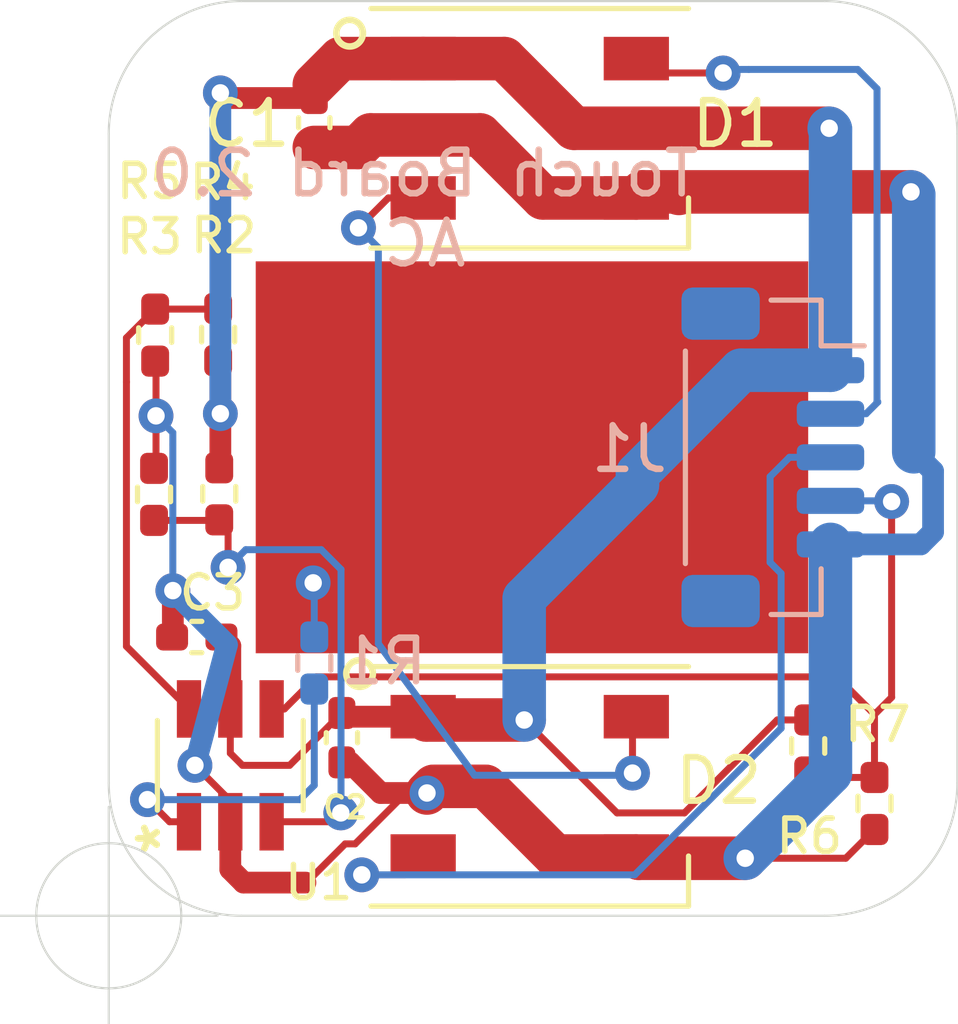
<source format=kicad_pcb>
(kicad_pcb (version 20171130) (host pcbnew 5.1.10-88a1d61d58~90~ubuntu20.04.1)

  (general
    (thickness 1.6)
    (drawings 12)
    (tracks 170)
    (zones 0)
    (modules 15)
    (nets 11)
  )

  (page A4)
  (layers
    (0 F.Cu signal)
    (31 B.Cu signal)
    (32 B.Adhes user)
    (33 F.Adhes user)
    (34 B.Paste user)
    (35 F.Paste user)
    (36 B.SilkS user)
    (37 F.SilkS user)
    (38 B.Mask user)
    (39 F.Mask user)
    (40 Dwgs.User user)
    (41 Cmts.User user)
    (42 Eco1.User user)
    (43 Eco2.User user)
    (44 Edge.Cuts user)
    (45 Margin user)
    (46 B.CrtYd user)
    (47 F.CrtYd user)
    (48 B.Fab user)
    (49 F.Fab user)
  )

  (setup
    (last_trace_width 0.16)
    (user_trace_width 0.16002)
    (user_trace_width 0.5)
    (user_trace_width 1)
    (trace_clearance 0.16)
    (zone_clearance 0.508)
    (zone_45_only no)
    (trace_min 0.16)
    (via_size 0.8)
    (via_drill 0.4)
    (via_min_size 0.4)
    (via_min_drill 0.3)
    (uvia_size 0.3)
    (uvia_drill 0.1)
    (uvias_allowed no)
    (uvia_min_size 0.2)
    (uvia_min_drill 0.1)
    (edge_width 0.05)
    (segment_width 0.2)
    (pcb_text_width 0.3)
    (pcb_text_size 1.5 1.5)
    (mod_edge_width 0.12)
    (mod_text_size 1 1)
    (mod_text_width 0.15)
    (pad_size 12.7 9)
    (pad_drill 0)
    (pad_to_mask_clearance 0.051)
    (solder_mask_min_width 0.25)
    (aux_axis_origin 127.4826 107.1118)
    (grid_origin 127.4826 107.1118)
    (visible_elements 7FFFFF7F)
    (pcbplotparams
      (layerselection 0x010fc_ffffffff)
      (usegerberextensions true)
      (usegerberattributes false)
      (usegerberadvancedattributes false)
      (creategerberjobfile false)
      (excludeedgelayer true)
      (linewidth 0.100000)
      (plotframeref false)
      (viasonmask false)
      (mode 1)
      (useauxorigin false)
      (hpglpennumber 1)
      (hpglpenspeed 20)
      (hpglpendiameter 15.000000)
      (psnegative false)
      (psa4output false)
      (plotreference true)
      (plotvalue true)
      (plotinvisibletext false)
      (padsonsilk false)
      (subtractmaskfromsilk false)
      (outputformat 1)
      (mirror false)
      (drillshape 0)
      (scaleselection 1)
      (outputdirectory "/home/andrew/GitHub/SpaceCenter/Hardware/SpaceCenter_TouchBoard_KiCAD_Rev2/Fab Files/"))
  )

  (net 0 "")
  (net 1 +5V)
  (net 2 GND)
  (net 3 DATA_IN)
  (net 4 DATA_OUT)
  (net 5 CAP_TOUCH)
  (net 6 "Net-(D1-Pad2)")
  (net 7 "Net-(J2-Pad1)")
  (net 8 "Net-(R1-Pad1)")
  (net 9 "Net-(R2-Pad1)")
  (net 10 "Net-(R4-Pad1)")

  (net_class Default "This is the default net class."
    (clearance 0.16)
    (trace_width 0.16)
    (via_dia 0.8)
    (via_drill 0.4)
    (uvia_dia 0.3)
    (uvia_drill 0.1)
    (add_net CAP_TOUCH)
    (add_net DATA_IN)
    (add_net DATA_OUT)
    (add_net "Net-(D1-Pad2)")
    (add_net "Net-(J2-Pad1)")
    (add_net "Net-(R1-Pad1)")
    (add_net "Net-(R2-Pad1)")
    (add_net "Net-(R4-Pad1)")
  )

  (net_class Power ""
    (clearance 0.2)
    (trace_width 1)
    (via_dia 0.8)
    (via_drill 0.4)
    (uvia_dia 0.3)
    (uvia_drill 0.1)
    (add_net +5V)
    (add_net GND)
  )

  (module footprints:MTCH101T-I&slash_OT (layer F.Cu) (tedit 612F52FA) (tstamp 612E0348)
    (at 130.2766 103.6574 90)
    (path /612CBEC9)
    (fp_text reference U1 (at -2.6924 2.032 180) (layer F.SilkS)
      (effects (font (size 0.762 0.762) (thickness 0.127)))
    )
    (fp_text value MTCH101T-I_OT (at 0 0 90) (layer F.SilkS) hide
      (effects (font (size 1 1) (thickness 0.15)))
    )
    (fp_line (start -1.1557 1.4834) (end -2.2098 1.4834) (layer F.CrtYd) (width 0.05))
    (fp_line (start -1.1557 1.8034) (end -1.1557 1.4834) (layer F.CrtYd) (width 0.05))
    (fp_line (start 1.1557 1.8034) (end -1.1557 1.8034) (layer F.CrtYd) (width 0.05))
    (fp_line (start 1.1557 1.4834) (end 1.1557 1.8034) (layer F.CrtYd) (width 0.05))
    (fp_line (start 2.2098 1.4834) (end 1.1557 1.4834) (layer F.CrtYd) (width 0.05))
    (fp_line (start 2.2098 -1.4834) (end 2.2098 1.4834) (layer F.CrtYd) (width 0.05))
    (fp_line (start 1.1557 -1.4834) (end 2.2098 -1.4834) (layer F.CrtYd) (width 0.05))
    (fp_line (start 1.1557 -1.8034) (end 1.1557 -1.4834) (layer F.CrtYd) (width 0.05))
    (fp_line (start -1.1557 -1.8034) (end 1.1557 -1.8034) (layer F.CrtYd) (width 0.05))
    (fp_line (start -1.1557 -1.4834) (end -1.1557 -1.8034) (layer F.CrtYd) (width 0.05))
    (fp_line (start -2.2098 -1.4834) (end -1.1557 -1.4834) (layer F.CrtYd) (width 0.05))
    (fp_line (start -2.2098 1.4834) (end -2.2098 -1.4834) (layer F.CrtYd) (width 0.05))
    (fp_line (start -0.9017 -1.5494) (end -0.9017 1.5494) (layer F.Fab) (width 0.1))
    (fp_line (start 0.9017 -1.5494) (end -0.9017 -1.5494) (layer F.Fab) (width 0.1))
    (fp_line (start 0.9017 1.5494) (end 0.9017 -1.5494) (layer F.Fab) (width 0.1))
    (fp_line (start -0.9017 1.5494) (end 0.9017 1.5494) (layer F.Fab) (width 0.1))
    (fp_line (start 1.0287 -1.6764) (end -1.0287 -1.6764) (layer F.SilkS) (width 0.12))
    (fp_line (start -1.0287 1.6764) (end 1.0287 1.6764) (layer F.SilkS) (width 0.12))
    (fp_line (start 1.6002 -1.204) (end 0.9017 -1.204) (layer F.Fab) (width 0.1))
    (fp_line (start 1.6002 -0.696) (end 1.6002 -1.204) (layer F.Fab) (width 0.1))
    (fp_line (start 0.9017 -0.696) (end 1.6002 -0.696) (layer F.Fab) (width 0.1))
    (fp_line (start 0.9017 -1.204) (end 0.9017 -0.696) (layer F.Fab) (width 0.1))
    (fp_line (start 1.6002 -0.254) (end 0.9017 -0.254) (layer F.Fab) (width 0.1))
    (fp_line (start 1.6002 0.254) (end 1.6002 -0.254) (layer F.Fab) (width 0.1))
    (fp_line (start 0.9017 0.254) (end 1.6002 0.254) (layer F.Fab) (width 0.1))
    (fp_line (start 0.9017 -0.254) (end 0.9017 0.254) (layer F.Fab) (width 0.1))
    (fp_line (start 1.6002 0.696) (end 0.9017 0.696) (layer F.Fab) (width 0.1))
    (fp_line (start 1.6002 1.204) (end 1.6002 0.696) (layer F.Fab) (width 0.1))
    (fp_line (start 0.9017 1.204) (end 1.6002 1.204) (layer F.Fab) (width 0.1))
    (fp_line (start 0.9017 0.696) (end 0.9017 1.204) (layer F.Fab) (width 0.1))
    (fp_line (start -1.6002 1.204) (end -0.9017 1.204) (layer F.Fab) (width 0.1))
    (fp_line (start -1.6002 0.696) (end -1.6002 1.204) (layer F.Fab) (width 0.1))
    (fp_line (start -0.9017 0.696) (end -1.6002 0.696) (layer F.Fab) (width 0.1))
    (fp_line (start -0.9017 1.204) (end -0.9017 0.696) (layer F.Fab) (width 0.1))
    (fp_line (start -1.6002 0.254) (end -0.9017 0.254) (layer F.Fab) (width 0.1))
    (fp_line (start -1.6002 -0.254) (end -1.6002 0.254) (layer F.Fab) (width 0.1))
    (fp_line (start -0.9017 -0.254) (end -1.6002 -0.254) (layer F.Fab) (width 0.1))
    (fp_line (start -0.9017 0.254) (end -0.9017 -0.254) (layer F.Fab) (width 0.1))
    (fp_line (start -1.6002 -0.696) (end -0.9017 -0.696) (layer F.Fab) (width 0.1))
    (fp_line (start -1.6002 -1.204) (end -1.6002 -0.696) (layer F.Fab) (width 0.1))
    (fp_line (start -0.9017 -1.204) (end -1.6002 -1.204) (layer F.Fab) (width 0.1))
    (fp_line (start -0.9017 -0.696) (end -0.9017 -1.204) (layer F.Fab) (width 0.1))
    (fp_text user "Copyright 2021 Accelerated Designs. All rights reserved." (at 0 0 90) (layer Cmts.User)
      (effects (font (size 0.127 0.127) (thickness 0.002)))
    )
    (fp_text user * (at -1.6764 -1.5748 90) (layer F.SilkS)
      (effects (font (size 1 1) (thickness 0.15)))
    )
    (fp_text user * (at -0.5207 -1.4732 90) (layer F.Fab)
      (effects (font (size 1 1) (thickness 0.15)))
    )
    (fp_text user 0.037in/0.95mm (at -4.3434 -0.475 90) (layer Dwgs.User) hide
      (effects (font (size 1 1) (thickness 0.15)))
    )
    (fp_text user 0.022in/0.559mm (at 4.3434 -0.95 90) (layer Dwgs.User) hide
      (effects (font (size 1 1) (thickness 0.15)))
    )
    (fp_text user 0.102in/2.591mm (at 0 -3.9624 90) (layer Dwgs.User) hide
      (effects (font (size 1 1) (thickness 0.15)))
    )
    (fp_text user 0.052in/1.321mm (at -1.2954 3.9624 90) (layer Dwgs.User) hide
      (effects (font (size 1 1) (thickness 0.15)))
    )
    (fp_text user * (at -1.6764 -1.5748 90) (layer F.SilkS)
      (effects (font (size 1 1) (thickness 0.15)))
    )
    (fp_text user * (at -0.5207 -1.4732 90) (layer F.Fab)
      (effects (font (size 1 1) (thickness 0.15)))
    )
    (fp_arc (start 0 -1.5494) (end -0.3048 -1.5494) (angle -180) (layer F.Fab) (width 0.1))
    (pad 1 smd rect (at -1.2954 -0.950001 90) (size 1.3208 0.5588) (layers F.Cu F.Paste F.Mask)
      (net 8 "Net-(R1-Pad1)"))
    (pad 2 smd rect (at -1.2954 0 90) (size 1.3208 0.5588) (layers F.Cu F.Paste F.Mask)
      (net 2 GND))
    (pad 3 smd rect (at -1.2954 0.950001 90) (size 1.3208 0.5588) (layers F.Cu F.Paste F.Mask)
      (net 9 "Net-(R2-Pad1)"))
    (pad 4 smd rect (at 1.2954 0.950001 90) (size 1.3208 0.5588) (layers F.Cu F.Paste F.Mask)
      (net 5 CAP_TOUCH))
    (pad 5 smd rect (at 1.2954 0 90) (size 1.3208 0.5588) (layers F.Cu F.Paste F.Mask)
      (net 1 +5V))
    (pad 6 smd rect (at 1.2954 -0.950001 90) (size 1.3208 0.5588) (layers F.Cu F.Paste F.Mask)
      (net 10 "Net-(R4-Pad1)"))
  )

  (module Connector_JST:JST_SH_BM05B-SRSS-TB_1x05-1MP_P1.00mm_Vertical (layer B.Cu) (tedit 608A9280) (tstamp 603E828A)
    (at 142.748 96.5835 270)
    (descr "JST SH series connector, BM05B-SRSS-TB (http://www.jst-mfg.com/product/pdf/eng/eSH.pdf), generated with kicad-footprint-generator")
    (tags "connector JST SH side entry")
    (path /5F2811C8)
    (attr smd)
    (fp_text reference J1 (at -0.1905 3.3 180) (layer B.SilkS)
      (effects (font (size 1 1) (thickness 0.15)) (justify mirror))
    )
    (fp_text value Conn_01x05_Male (at 0 -3.3 270) (layer B.Fab) hide
      (effects (font (size 1 1) (thickness 0.15)) (justify mirror))
    )
    (fp_line (start -2 -0.292893) (end -1.5 -1) (layer B.Fab) (width 0.1))
    (fp_line (start -2.5 -1) (end -2 -0.292893) (layer B.Fab) (width 0.1))
    (fp_line (start 4.4 2.6) (end -4.4 2.6) (layer B.CrtYd) (width 0.05))
    (fp_line (start 4.4 -2.6) (end 4.4 2.6) (layer B.CrtYd) (width 0.05))
    (fp_line (start -4.4 -2.6) (end 4.4 -2.6) (layer B.CrtYd) (width 0.05))
    (fp_line (start -4.4 2.6) (end -4.4 -2.6) (layer B.CrtYd) (width 0.05))
    (fp_line (start 2.15 1.55) (end 1.85 1.55) (layer B.Fab) (width 0.1))
    (fp_line (start 2.15 0.95) (end 2.15 1.55) (layer B.Fab) (width 0.1))
    (fp_line (start 1.85 0.95) (end 2.15 0.95) (layer B.Fab) (width 0.1))
    (fp_line (start 1.85 1.55) (end 1.85 0.95) (layer B.Fab) (width 0.1))
    (fp_line (start 1.15 1.55) (end 0.85 1.55) (layer B.Fab) (width 0.1))
    (fp_line (start 1.15 0.95) (end 1.15 1.55) (layer B.Fab) (width 0.1))
    (fp_line (start 0.85 0.95) (end 1.15 0.95) (layer B.Fab) (width 0.1))
    (fp_line (start 0.85 1.55) (end 0.85 0.95) (layer B.Fab) (width 0.1))
    (fp_line (start 0.15 1.55) (end -0.15 1.55) (layer B.Fab) (width 0.1))
    (fp_line (start 0.15 0.95) (end 0.15 1.55) (layer B.Fab) (width 0.1))
    (fp_line (start -0.15 0.95) (end 0.15 0.95) (layer B.Fab) (width 0.1))
    (fp_line (start -0.15 1.55) (end -0.15 0.95) (layer B.Fab) (width 0.1))
    (fp_line (start -0.85 1.55) (end -1.15 1.55) (layer B.Fab) (width 0.1))
    (fp_line (start -0.85 0.95) (end -0.85 1.55) (layer B.Fab) (width 0.1))
    (fp_line (start -1.15 0.95) (end -0.85 0.95) (layer B.Fab) (width 0.1))
    (fp_line (start -1.15 1.55) (end -1.15 0.95) (layer B.Fab) (width 0.1))
    (fp_line (start -1.85 1.55) (end -2.15 1.55) (layer B.Fab) (width 0.1))
    (fp_line (start -1.85 0.95) (end -1.85 1.55) (layer B.Fab) (width 0.1))
    (fp_line (start -2.15 0.95) (end -1.85 0.95) (layer B.Fab) (width 0.1))
    (fp_line (start -2.15 1.55) (end -2.15 0.95) (layer B.Fab) (width 0.1))
    (fp_line (start 3.5 -1) (end 3.5 1.9) (layer B.Fab) (width 0.1))
    (fp_line (start -3.5 -1) (end -3.5 1.9) (layer B.Fab) (width 0.1))
    (fp_line (start -3.5 1.9) (end 3.5 1.9) (layer B.Fab) (width 0.1))
    (fp_line (start -2.44 2.01) (end 2.44 2.01) (layer B.SilkS) (width 0.12))
    (fp_line (start 3.61 -1.11) (end 2.56 -1.11) (layer B.SilkS) (width 0.12))
    (fp_line (start 3.61 0.04) (end 3.61 -1.11) (layer B.SilkS) (width 0.12))
    (fp_line (start -2.56 -1.11) (end -2.56 -2.1) (layer B.SilkS) (width 0.12))
    (fp_line (start -3.61 -1.11) (end -2.56 -1.11) (layer B.SilkS) (width 0.12))
    (fp_line (start -3.61 0.04) (end -3.61 -1.11) (layer B.SilkS) (width 0.12))
    (fp_line (start -3.5 -1) (end 3.5 -1) (layer B.Fab) (width 0.1))
    (fp_text user %R (at 0 0.25 270) (layer B.Fab)
      (effects (font (size 1 1) (thickness 0.15)) (justify mirror))
    )
    (pad 1 smd roundrect (at -2 -1.325 270) (size 0.6 1.55) (layers B.Cu B.Mask) (roundrect_rratio 0.25)
      (net 1 +5V))
    (pad 2 smd roundrect (at -1 -1.325 270) (size 0.6 1.55) (layers B.Cu B.Mask) (roundrect_rratio 0.25)
      (net 3 DATA_IN))
    (pad 3 smd roundrect (at 0 -1.325 270) (size 0.6 1.55) (layers B.Cu B.Mask) (roundrect_rratio 0.25)
      (net 4 DATA_OUT))
    (pad 4 smd roundrect (at 1 -1.325 270) (size 0.6 1.55) (layers B.Cu B.Mask) (roundrect_rratio 0.25)
      (net 5 CAP_TOUCH))
    (pad 5 smd roundrect (at 2 -1.325 270) (size 0.6 1.55) (layers B.Cu B.Mask) (roundrect_rratio 0.25)
      (net 2 GND))
    (pad MP smd roundrect (at -3.3 1.2 270) (size 1.2 1.8) (layers B.Cu B.Paste B.Mask) (roundrect_rratio 0.2083325))
    (pad MP smd roundrect (at 3.3 1.2 270) (size 1.2 1.8) (layers B.Cu B.Mask) (roundrect_rratio 0.208))
    (model /home/andrew/Downloads/BM05B-SRSS-TB-LF--SN---3DModel-STEP-56544.STEP
      (at (xyz 0 0 0))
      (scale (xyz 1 1 1))
      (rotate (xyz -90 0 0))
    )
  )

  (module Connector_Wire:SolderWirePad_1x01_SMD_5x10mm (layer F.Cu) (tedit 612DFFDE) (tstamp 5F2A2456)
    (at 136.0805 96.647)
    (descr "Wire Pad, Square, SMD Pad,  5mm x 10mm,")
    (tags "MesurementPoint Square SMDPad 5mmx10mm ")
    (path /5F292CA3)
    (attr smd virtual)
    (fp_text reference J2 (at 0 -3.81) (layer F.SilkS) hide
      (effects (font (size 1 1) (thickness 0.15)))
    )
    (fp_text value TOUCH_SENSOR (at 0 6.35) (layer F.Fab) hide
      (effects (font (size 1 1) (thickness 0.15)))
    )
    (fp_text user %R (at 0 0) (layer F.Fab)
      (effects (font (size 1 1) (thickness 0.15)))
    )
    (pad 1 smd rect (at 1.1303 -0.0635) (size 12.7 9) (layers F.Cu F.Mask)
      (net 7 "Net-(J2-Pad1)"))
  )

  (module LED_SMD:LED_WS2812B_PLCC4_5.0x5.0mm_P3.2mm (layer F.Cu) (tedit 5AA4B285) (tstamp 612E0267)
    (at 137.16 89.027)
    (descr https://cdn-shop.adafruit.com/datasheets/WS2812B.pdf)
    (tags "LED RGB NeoPixel")
    (path /6133369C)
    (attr smd)
    (fp_text reference D1 (at 4.7244 -0.1016) (layer F.SilkS)
      (effects (font (size 1 1) (thickness 0.15)))
    )
    (fp_text value WS2812B (at 0 4) (layer F.Fab)
      (effects (font (size 1 1) (thickness 0.15)))
    )
    (fp_circle (center 0 0) (end 0 -2) (layer F.Fab) (width 0.1))
    (fp_line (start 3.65 2.75) (end 3.65 1.6) (layer F.SilkS) (width 0.12))
    (fp_line (start -3.65 2.75) (end 3.65 2.75) (layer F.SilkS) (width 0.12))
    (fp_line (start -3.65 -2.75) (end 3.65 -2.75) (layer F.SilkS) (width 0.12))
    (fp_line (start 2.5 -2.5) (end -2.5 -2.5) (layer F.Fab) (width 0.1))
    (fp_line (start 2.5 2.5) (end 2.5 -2.5) (layer F.Fab) (width 0.1))
    (fp_line (start -2.5 2.5) (end 2.5 2.5) (layer F.Fab) (width 0.1))
    (fp_line (start -2.5 -2.5) (end -2.5 2.5) (layer F.Fab) (width 0.1))
    (fp_line (start 2.5 1.5) (end 1.5 2.5) (layer F.Fab) (width 0.1))
    (fp_line (start -3.45 -2.75) (end -3.45 2.75) (layer F.CrtYd) (width 0.05))
    (fp_line (start -3.45 2.75) (end 3.45 2.75) (layer F.CrtYd) (width 0.05))
    (fp_line (start 3.45 2.75) (end 3.45 -2.75) (layer F.CrtYd) (width 0.05))
    (fp_line (start 3.45 -2.75) (end -3.45 -2.75) (layer F.CrtYd) (width 0.05))
    (fp_text user 1 (at -4.15 -1.6) (layer F.SilkS) hide
      (effects (font (size 1 1) (thickness 0.15)))
    )
    (fp_text user %R (at 0 0) (layer F.Fab)
      (effects (font (size 0.8 0.8) (thickness 0.15)))
    )
    (pad 3 smd rect (at 2.45 1.6) (size 1.5 1) (layers F.Cu F.Paste F.Mask)
      (net 2 GND))
    (pad 4 smd rect (at 2.45 -1.6) (size 1.5 1) (layers F.Cu F.Paste F.Mask)
      (net 3 DATA_IN))
    (pad 2 smd rect (at -2.45 1.6) (size 1.5 1) (layers F.Cu F.Paste F.Mask)
      (net 6 "Net-(D1-Pad2)"))
    (pad 1 smd rect (at -2.45 -1.6) (size 1.5 1) (layers F.Cu F.Paste F.Mask)
      (net 1 +5V))
    (model ${KISYS3DMOD}/LED_SMD.3dshapes/LED_WS2812B_PLCC4_5.0x5.0mm_P3.2mm.wrl
      (at (xyz 0 0 0))
      (scale (xyz 1 1 1))
      (rotate (xyz 0 0 0))
    )
  )

  (module LED_SMD:LED_WS2812B_PLCC4_5.0x5.0mm_P3.2mm (layer F.Cu) (tedit 5AA4B285) (tstamp 612E027D)
    (at 137.16 104.14)
    (descr https://cdn-shop.adafruit.com/datasheets/WS2812B.pdf)
    (tags "LED RGB NeoPixel")
    (path /61338C92)
    (attr smd)
    (fp_text reference D2 (at 4.3434 -0.127) (layer F.SilkS)
      (effects (font (size 1 1) (thickness 0.15)))
    )
    (fp_text value WS2812B (at 0 4) (layer F.Fab) hide
      (effects (font (size 1 1) (thickness 0.15)))
    )
    (fp_line (start 3.45 -2.75) (end -3.45 -2.75) (layer F.CrtYd) (width 0.05))
    (fp_line (start 3.45 2.75) (end 3.45 -2.75) (layer F.CrtYd) (width 0.05))
    (fp_line (start -3.45 2.75) (end 3.45 2.75) (layer F.CrtYd) (width 0.05))
    (fp_line (start -3.45 -2.75) (end -3.45 2.75) (layer F.CrtYd) (width 0.05))
    (fp_line (start 2.5 1.5) (end 1.5 2.5) (layer F.Fab) (width 0.1))
    (fp_line (start -2.5 -2.5) (end -2.5 2.5) (layer F.Fab) (width 0.1))
    (fp_line (start -2.5 2.5) (end 2.5 2.5) (layer F.Fab) (width 0.1))
    (fp_line (start 2.5 2.5) (end 2.5 -2.5) (layer F.Fab) (width 0.1))
    (fp_line (start 2.5 -2.5) (end -2.5 -2.5) (layer F.Fab) (width 0.1))
    (fp_line (start -3.65 -2.75) (end 3.65 -2.75) (layer F.SilkS) (width 0.12))
    (fp_line (start -3.65 2.75) (end 3.65 2.75) (layer F.SilkS) (width 0.12))
    (fp_line (start 3.65 2.75) (end 3.65 1.6) (layer F.SilkS) (width 0.12))
    (fp_circle (center 0 0) (end 0 -2) (layer F.Fab) (width 0.1))
    (fp_text user %R (at 0 0) (layer F.Fab)
      (effects (font (size 0.8 0.8) (thickness 0.15)))
    )
    (fp_text user 1 (at -4.15 -1.6) (layer F.SilkS) hide
      (effects (font (size 1 1) (thickness 0.15)))
    )
    (pad 1 smd rect (at -2.45 -1.6) (size 1.5 1) (layers F.Cu F.Paste F.Mask)
      (net 1 +5V))
    (pad 2 smd rect (at -2.45 1.6) (size 1.5 1) (layers F.Cu F.Paste F.Mask)
      (net 4 DATA_OUT))
    (pad 4 smd rect (at 2.45 -1.6) (size 1.5 1) (layers F.Cu F.Paste F.Mask)
      (net 6 "Net-(D1-Pad2)"))
    (pad 3 smd rect (at 2.45 1.6) (size 1.5 1) (layers F.Cu F.Paste F.Mask)
      (net 2 GND))
    (model ${KISYS3DMOD}/LED_SMD.3dshapes/LED_WS2812B_PLCC4_5.0x5.0mm_P3.2mm.wrl
      (at (xyz 0 0 0))
      (scale (xyz 1 1 1))
      (rotate (xyz 0 0 0))
    )
  )

  (module Capacitor_SMD:C_0402_1005Metric_Pad0.74x0.62mm_HandSolder (layer F.Cu) (tedit 5F6BB22C) (tstamp 612E0687)
    (at 132.207 88.9 270)
    (descr "Capacitor SMD 0402 (1005 Metric), square (rectangular) end terminal, IPC_7351 nominal with elongated pad for handsoldering. (Body size source: IPC-SM-782 page 76, https://www.pcb-3d.com/wordpress/wp-content/uploads/ipc-sm-782a_amendment_1_and_2.pdf), generated with kicad-footprint-generator")
    (tags "capacitor handsolder")
    (path /5F288493)
    (attr smd)
    (fp_text reference C1 (at 0.0254 1.5494 180) (layer F.SilkS)
      (effects (font (size 1 1) (thickness 0.15)))
    )
    (fp_text value 0.1u (at 0 1.16 90) (layer F.Fab) hide
      (effects (font (size 1 1) (thickness 0.15)))
    )
    (fp_line (start 1.08 0.46) (end -1.08 0.46) (layer F.CrtYd) (width 0.05))
    (fp_line (start 1.08 -0.46) (end 1.08 0.46) (layer F.CrtYd) (width 0.05))
    (fp_line (start -1.08 -0.46) (end 1.08 -0.46) (layer F.CrtYd) (width 0.05))
    (fp_line (start -1.08 0.46) (end -1.08 -0.46) (layer F.CrtYd) (width 0.05))
    (fp_line (start -0.115835 0.36) (end 0.115835 0.36) (layer F.SilkS) (width 0.12))
    (fp_line (start -0.115835 -0.36) (end 0.115835 -0.36) (layer F.SilkS) (width 0.12))
    (fp_line (start 0.5 0.25) (end -0.5 0.25) (layer F.Fab) (width 0.1))
    (fp_line (start 0.5 -0.25) (end 0.5 0.25) (layer F.Fab) (width 0.1))
    (fp_line (start -0.5 -0.25) (end 0.5 -0.25) (layer F.Fab) (width 0.1))
    (fp_line (start -0.5 0.25) (end -0.5 -0.25) (layer F.Fab) (width 0.1))
    (fp_text user %R (at 0 0 90) (layer F.Fab)
      (effects (font (size 0.25 0.25) (thickness 0.04)))
    )
    (pad 1 smd roundrect (at -0.5675 0 270) (size 0.735 0.62) (layers F.Cu F.Paste F.Mask) (roundrect_rratio 0.25)
      (net 1 +5V))
    (pad 2 smd roundrect (at 0.5675 0 270) (size 0.735 0.62) (layers F.Cu F.Paste F.Mask) (roundrect_rratio 0.25)
      (net 2 GND))
    (model ${KISYS3DMOD}/Capacitor_SMD.3dshapes/C_0402_1005Metric.wrl
      (at (xyz 0 0 0))
      (scale (xyz 1 1 1))
      (rotate (xyz 0 0 0))
    )
  )

  (module Capacitor_SMD:C_0402_1005Metric_Pad0.74x0.62mm_HandSolder (layer F.Cu) (tedit 5F6BB22C) (tstamp 612E0697)
    (at 132.842 103.0224 270)
    (descr "Capacitor SMD 0402 (1005 Metric), square (rectangular) end terminal, IPC_7351 nominal with elongated pad for handsoldering. (Body size source: IPC-SM-782 page 76, https://www.pcb-3d.com/wordpress/wp-content/uploads/ipc-sm-782a_amendment_1_and_2.pdf), generated with kicad-footprint-generator")
    (tags "capacitor handsolder")
    (path /5F2985E9)
    (attr smd)
    (fp_text reference C2 (at 1.6002 -0.0762 180) (layer F.SilkS)
      (effects (font (size 0.508 0.508) (thickness 0.1016)))
    )
    (fp_text value 0.1u (at 0 1.16 90) (layer F.Fab) hide
      (effects (font (size 1 1) (thickness 0.15)))
    )
    (fp_line (start -0.5 0.25) (end -0.5 -0.25) (layer F.Fab) (width 0.1))
    (fp_line (start -0.5 -0.25) (end 0.5 -0.25) (layer F.Fab) (width 0.1))
    (fp_line (start 0.5 -0.25) (end 0.5 0.25) (layer F.Fab) (width 0.1))
    (fp_line (start 0.5 0.25) (end -0.5 0.25) (layer F.Fab) (width 0.1))
    (fp_line (start -0.115835 -0.36) (end 0.115835 -0.36) (layer F.SilkS) (width 0.12))
    (fp_line (start -0.115835 0.36) (end 0.115835 0.36) (layer F.SilkS) (width 0.12))
    (fp_line (start -1.08 0.46) (end -1.08 -0.46) (layer F.CrtYd) (width 0.05))
    (fp_line (start -1.08 -0.46) (end 1.08 -0.46) (layer F.CrtYd) (width 0.05))
    (fp_line (start 1.08 -0.46) (end 1.08 0.46) (layer F.CrtYd) (width 0.05))
    (fp_line (start 1.08 0.46) (end -1.08 0.46) (layer F.CrtYd) (width 0.05))
    (fp_text user %R (at 0 0 90) (layer F.Fab)
      (effects (font (size 0.25 0.25) (thickness 0.04)))
    )
    (pad 2 smd roundrect (at 0.5675 0 270) (size 0.735 0.62) (layers F.Cu F.Paste F.Mask) (roundrect_rratio 0.25)
      (net 2 GND))
    (pad 1 smd roundrect (at -0.5675 0 270) (size 0.735 0.62) (layers F.Cu F.Paste F.Mask) (roundrect_rratio 0.25)
      (net 1 +5V))
    (model ${KISYS3DMOD}/Capacitor_SMD.3dshapes/C_0402_1005Metric.wrl
      (at (xyz 0 0 0))
      (scale (xyz 1 1 1))
      (rotate (xyz 0 0 0))
    )
  )

  (module Capacitor_SMD:C_0402_1005Metric_Pad0.74x0.62mm_HandSolder (layer F.Cu) (tedit 5F6BB22C) (tstamp 612E06B7)
    (at 129.5059 100.711 180)
    (descr "Capacitor SMD 0402 (1005 Metric), square (rectangular) end terminal, IPC_7351 nominal with elongated pad for handsoldering. (Body size source: IPC-SM-782 page 76, https://www.pcb-3d.com/wordpress/wp-content/uploads/ipc-sm-782a_amendment_1_and_2.pdf), generated with kicad-footprint-generator")
    (tags "capacitor handsolder")
    (path /613077A3)
    (attr smd)
    (fp_text reference C3 (at -0.3643 1.016) (layer F.SilkS)
      (effects (font (size 0.762 0.762) (thickness 0.127)))
    )
    (fp_text value 0.1u (at 0 1.16) (layer F.Fab) hide
      (effects (font (size 1 1) (thickness 0.15)))
    )
    (fp_line (start 1.08 0.46) (end -1.08 0.46) (layer F.CrtYd) (width 0.05))
    (fp_line (start 1.08 -0.46) (end 1.08 0.46) (layer F.CrtYd) (width 0.05))
    (fp_line (start -1.08 -0.46) (end 1.08 -0.46) (layer F.CrtYd) (width 0.05))
    (fp_line (start -1.08 0.46) (end -1.08 -0.46) (layer F.CrtYd) (width 0.05))
    (fp_line (start -0.115835 0.36) (end 0.115835 0.36) (layer F.SilkS) (width 0.12))
    (fp_line (start -0.115835 -0.36) (end 0.115835 -0.36) (layer F.SilkS) (width 0.12))
    (fp_line (start 0.5 0.25) (end -0.5 0.25) (layer F.Fab) (width 0.1))
    (fp_line (start 0.5 -0.25) (end 0.5 0.25) (layer F.Fab) (width 0.1))
    (fp_line (start -0.5 -0.25) (end 0.5 -0.25) (layer F.Fab) (width 0.1))
    (fp_line (start -0.5 0.25) (end -0.5 -0.25) (layer F.Fab) (width 0.1))
    (fp_text user %R (at 0 0) (layer F.Fab)
      (effects (font (size 0.25 0.25) (thickness 0.04)))
    )
    (pad 1 smd roundrect (at -0.5675 0 180) (size 0.735 0.62) (layers F.Cu F.Paste F.Mask) (roundrect_rratio 0.25)
      (net 1 +5V))
    (pad 2 smd roundrect (at 0.5675 0 180) (size 0.735 0.62) (layers F.Cu F.Paste F.Mask) (roundrect_rratio 0.25)
      (net 2 GND))
    (model ${KISYS3DMOD}/Capacitor_SMD.3dshapes/C_0402_1005Metric.wrl
      (at (xyz 0 0 0))
      (scale (xyz 1 1 1))
      (rotate (xyz 0 0 0))
    )
  )

  (module Resistor_SMD:R_0402_1005Metric_Pad0.72x0.64mm_HandSolder (layer B.Cu) (tedit 5F6BB9E0) (tstamp 612E06B8)
    (at 132.207 101.3073 90)
    (descr "Resistor SMD 0402 (1005 Metric), square (rectangular) end terminal, IPC_7351 nominal with elongated pad for handsoldering. (Body size source: IPC-SM-782 page 72, https://www.pcb-3d.com/wordpress/wp-content/uploads/ipc-sm-782a_amendment_1_and_2.pdf), generated with kicad-footprint-generator")
    (tags "resistor handsolder")
    (path /612D805C)
    (attr smd)
    (fp_text reference R1 (at 0.0375 1.6002 180) (layer B.SilkS)
      (effects (font (size 1 1) (thickness 0.15)) (justify mirror))
    )
    (fp_text value 4.7k (at 0 -1.17 90) (layer B.Fab) hide
      (effects (font (size 1 1) (thickness 0.15)) (justify mirror))
    )
    (fp_line (start 1.1 -0.47) (end -1.1 -0.47) (layer B.CrtYd) (width 0.05))
    (fp_line (start 1.1 0.47) (end 1.1 -0.47) (layer B.CrtYd) (width 0.05))
    (fp_line (start -1.1 0.47) (end 1.1 0.47) (layer B.CrtYd) (width 0.05))
    (fp_line (start -1.1 -0.47) (end -1.1 0.47) (layer B.CrtYd) (width 0.05))
    (fp_line (start -0.167621 -0.38) (end 0.167621 -0.38) (layer B.SilkS) (width 0.12))
    (fp_line (start -0.167621 0.38) (end 0.167621 0.38) (layer B.SilkS) (width 0.12))
    (fp_line (start 0.525 -0.27) (end -0.525 -0.27) (layer B.Fab) (width 0.1))
    (fp_line (start 0.525 0.27) (end 0.525 -0.27) (layer B.Fab) (width 0.1))
    (fp_line (start -0.525 0.27) (end 0.525 0.27) (layer B.Fab) (width 0.1))
    (fp_line (start -0.525 -0.27) (end -0.525 0.27) (layer B.Fab) (width 0.1))
    (fp_text user %R (at 0 0 90) (layer B.Fab)
      (effects (font (size 0.26 0.26) (thickness 0.04)) (justify mirror))
    )
    (pad 1 smd roundrect (at -0.5975 0 90) (size 0.715 0.64) (layers B.Cu B.Paste B.Mask) (roundrect_rratio 0.25)
      (net 8 "Net-(R1-Pad1)"))
    (pad 2 smd roundrect (at 0.5975 0 90) (size 0.715 0.64) (layers B.Cu B.Paste B.Mask) (roundrect_rratio 0.25)
      (net 7 "Net-(J2-Pad1)"))
    (model ${KISYS3DMOD}/Resistor_SMD.3dshapes/R_0402_1005Metric.wrl
      (at (xyz 0 0 0))
      (scale (xyz 1 1 1))
      (rotate (xyz 0 0 0))
    )
  )

  (module Resistor_SMD:R_0402_1005Metric_Pad0.72x0.64mm_HandSolder (layer F.Cu) (tedit 5F6BB9E0) (tstamp 612E06C8)
    (at 130.0226 97.4223 90)
    (descr "Resistor SMD 0402 (1005 Metric), square (rectangular) end terminal, IPC_7351 nominal with elongated pad for handsoldering. (Body size source: IPC-SM-782 page 72, https://www.pcb-3d.com/wordpress/wp-content/uploads/ipc-sm-782a_amendment_1_and_2.pdf), generated with kicad-footprint-generator")
    (tags "resistor handsolder")
    (path /612E7F41)
    (attr smd)
    (fp_text reference R2 (at 5.9315 0.1016 180) (layer F.SilkS)
      (effects (font (size 0.762 0.762) (thickness 0.127)))
    )
    (fp_text value 200k (at 0 1.17 90) (layer F.Fab) hide
      (effects (font (size 1 1) (thickness 0.15)))
    )
    (fp_line (start -0.525 0.27) (end -0.525 -0.27) (layer F.Fab) (width 0.1))
    (fp_line (start -0.525 -0.27) (end 0.525 -0.27) (layer F.Fab) (width 0.1))
    (fp_line (start 0.525 -0.27) (end 0.525 0.27) (layer F.Fab) (width 0.1))
    (fp_line (start 0.525 0.27) (end -0.525 0.27) (layer F.Fab) (width 0.1))
    (fp_line (start -0.167621 -0.38) (end 0.167621 -0.38) (layer F.SilkS) (width 0.12))
    (fp_line (start -0.167621 0.38) (end 0.167621 0.38) (layer F.SilkS) (width 0.12))
    (fp_line (start -1.1 0.47) (end -1.1 -0.47) (layer F.CrtYd) (width 0.05))
    (fp_line (start -1.1 -0.47) (end 1.1 -0.47) (layer F.CrtYd) (width 0.05))
    (fp_line (start 1.1 -0.47) (end 1.1 0.47) (layer F.CrtYd) (width 0.05))
    (fp_line (start 1.1 0.47) (end -1.1 0.47) (layer F.CrtYd) (width 0.05))
    (fp_text user %R (at 0 0 90) (layer F.Fab)
      (effects (font (size 0.26 0.26) (thickness 0.04)))
    )
    (pad 2 smd roundrect (at 0.5975 0 90) (size 0.715 0.64) (layers F.Cu F.Paste F.Mask) (roundrect_rratio 0.25)
      (net 1 +5V))
    (pad 1 smd roundrect (at -0.5975 0 90) (size 0.715 0.64) (layers F.Cu F.Paste F.Mask) (roundrect_rratio 0.25)
      (net 9 "Net-(R2-Pad1)"))
    (model ${KISYS3DMOD}/Resistor_SMD.3dshapes/R_0402_1005Metric.wrl
      (at (xyz 0 0 0))
      (scale (xyz 1 1 1))
      (rotate (xyz 0 0 0))
    )
  )

  (module Resistor_SMD:R_0402_1005Metric_Pad0.72x0.64mm_HandSolder (layer F.Cu) (tedit 5F6BB9E0) (tstamp 612E06D8)
    (at 128.524 97.4344 270)
    (descr "Resistor SMD 0402 (1005 Metric), square (rectangular) end terminal, IPC_7351 nominal with elongated pad for handsoldering. (Body size source: IPC-SM-782 page 72, https://www.pcb-3d.com/wordpress/wp-content/uploads/ipc-sm-782a_amendment_1_and_2.pdf), generated with kicad-footprint-generator")
    (tags "resistor handsolder")
    (path /612E78E7)
    (attr smd)
    (fp_text reference R3 (at -5.9182 0.1016 180) (layer F.SilkS)
      (effects (font (size 0.762 0.762) (thickness 0.127)))
    )
    (fp_text value 100k (at 0 1.17 90) (layer F.Fab) hide
      (effects (font (size 1 1) (thickness 0.15)))
    )
    (fp_line (start 1.1 0.47) (end -1.1 0.47) (layer F.CrtYd) (width 0.05))
    (fp_line (start 1.1 -0.47) (end 1.1 0.47) (layer F.CrtYd) (width 0.05))
    (fp_line (start -1.1 -0.47) (end 1.1 -0.47) (layer F.CrtYd) (width 0.05))
    (fp_line (start -1.1 0.47) (end -1.1 -0.47) (layer F.CrtYd) (width 0.05))
    (fp_line (start -0.167621 0.38) (end 0.167621 0.38) (layer F.SilkS) (width 0.12))
    (fp_line (start -0.167621 -0.38) (end 0.167621 -0.38) (layer F.SilkS) (width 0.12))
    (fp_line (start 0.525 0.27) (end -0.525 0.27) (layer F.Fab) (width 0.1))
    (fp_line (start 0.525 -0.27) (end 0.525 0.27) (layer F.Fab) (width 0.1))
    (fp_line (start -0.525 -0.27) (end 0.525 -0.27) (layer F.Fab) (width 0.1))
    (fp_line (start -0.525 0.27) (end -0.525 -0.27) (layer F.Fab) (width 0.1))
    (fp_text user %R (at 0 0 90) (layer F.Fab)
      (effects (font (size 0.26 0.26) (thickness 0.04)))
    )
    (pad 1 smd roundrect (at -0.5975 0 270) (size 0.715 0.64) (layers F.Cu F.Paste F.Mask) (roundrect_rratio 0.25)
      (net 2 GND))
    (pad 2 smd roundrect (at 0.5975 0 270) (size 0.715 0.64) (layers F.Cu F.Paste F.Mask) (roundrect_rratio 0.25)
      (net 9 "Net-(R2-Pad1)"))
    (model ${KISYS3DMOD}/Resistor_SMD.3dshapes/R_0402_1005Metric.wrl
      (at (xyz 0 0 0))
      (scale (xyz 1 1 1))
      (rotate (xyz 0 0 0))
    )
  )

  (module Resistor_SMD:R_0402_1005Metric_Pad0.72x0.64mm_HandSolder (layer F.Cu) (tedit 5F6BB9E0) (tstamp 612E06E8)
    (at 129.9972 93.7647 270)
    (descr "Resistor SMD 0402 (1005 Metric), square (rectangular) end terminal, IPC_7351 nominal with elongated pad for handsoldering. (Body size source: IPC-SM-782 page 72, https://www.pcb-3d.com/wordpress/wp-content/uploads/ipc-sm-782a_amendment_1_and_2.pdf), generated with kicad-footprint-generator")
    (tags "resistor handsolder")
    (path /6130C79C)
    (attr smd)
    (fp_text reference R4 (at -3.4931 -0.1016 180) (layer F.SilkS)
      (effects (font (size 0.762 0.762) (thickness 0.127)))
    )
    (fp_text value 4.7k (at 0 1.17 90) (layer F.Fab) hide
      (effects (font (size 1 1) (thickness 0.15)))
    )
    (fp_line (start 1.1 0.47) (end -1.1 0.47) (layer F.CrtYd) (width 0.05))
    (fp_line (start 1.1 -0.47) (end 1.1 0.47) (layer F.CrtYd) (width 0.05))
    (fp_line (start -1.1 -0.47) (end 1.1 -0.47) (layer F.CrtYd) (width 0.05))
    (fp_line (start -1.1 0.47) (end -1.1 -0.47) (layer F.CrtYd) (width 0.05))
    (fp_line (start -0.167621 0.38) (end 0.167621 0.38) (layer F.SilkS) (width 0.12))
    (fp_line (start -0.167621 -0.38) (end 0.167621 -0.38) (layer F.SilkS) (width 0.12))
    (fp_line (start 0.525 0.27) (end -0.525 0.27) (layer F.Fab) (width 0.1))
    (fp_line (start 0.525 -0.27) (end 0.525 0.27) (layer F.Fab) (width 0.1))
    (fp_line (start -0.525 -0.27) (end 0.525 -0.27) (layer F.Fab) (width 0.1))
    (fp_line (start -0.525 0.27) (end -0.525 -0.27) (layer F.Fab) (width 0.1))
    (fp_text user %R (at 0 0 90) (layer F.Fab)
      (effects (font (size 0.26 0.26) (thickness 0.04)))
    )
    (pad 1 smd roundrect (at -0.5975 0 270) (size 0.715 0.64) (layers F.Cu F.Paste F.Mask) (roundrect_rratio 0.25)
      (net 10 "Net-(R4-Pad1)"))
    (pad 2 smd roundrect (at 0.5975 0 270) (size 0.715 0.64) (layers F.Cu F.Paste F.Mask) (roundrect_rratio 0.25)
      (net 1 +5V))
    (model ${KISYS3DMOD}/Resistor_SMD.3dshapes/R_0402_1005Metric.wrl
      (at (xyz 0 0 0))
      (scale (xyz 1 1 1))
      (rotate (xyz 0 0 0))
    )
  )

  (module Resistor_SMD:R_0402_1005Metric_Pad0.72x0.64mm_HandSolder (layer F.Cu) (tedit 5F6BB9E0) (tstamp 612E06F8)
    (at 128.5494 93.7768 90)
    (descr "Resistor SMD 0402 (1005 Metric), square (rectangular) end terminal, IPC_7351 nominal with elongated pad for handsoldering. (Body size source: IPC-SM-782 page 72, https://www.pcb-3d.com/wordpress/wp-content/uploads/ipc-sm-782a_amendment_1_and_2.pdf), generated with kicad-footprint-generator")
    (tags "resistor handsolder")
    (path /6131D43E)
    (attr smd)
    (fp_text reference R5 (at 3.5306 -0.127 180) (layer F.SilkS)
      (effects (font (size 0.762 0.762) (thickness 0.127)))
    )
    (fp_text value DNP (at 0 1.17 90) (layer F.Fab) hide
      (effects (font (size 1 1) (thickness 0.15)))
    )
    (fp_line (start -0.525 0.27) (end -0.525 -0.27) (layer F.Fab) (width 0.1))
    (fp_line (start -0.525 -0.27) (end 0.525 -0.27) (layer F.Fab) (width 0.1))
    (fp_line (start 0.525 -0.27) (end 0.525 0.27) (layer F.Fab) (width 0.1))
    (fp_line (start 0.525 0.27) (end -0.525 0.27) (layer F.Fab) (width 0.1))
    (fp_line (start -0.167621 -0.38) (end 0.167621 -0.38) (layer F.SilkS) (width 0.12))
    (fp_line (start -0.167621 0.38) (end 0.167621 0.38) (layer F.SilkS) (width 0.12))
    (fp_line (start -1.1 0.47) (end -1.1 -0.47) (layer F.CrtYd) (width 0.05))
    (fp_line (start -1.1 -0.47) (end 1.1 -0.47) (layer F.CrtYd) (width 0.05))
    (fp_line (start 1.1 -0.47) (end 1.1 0.47) (layer F.CrtYd) (width 0.05))
    (fp_line (start 1.1 0.47) (end -1.1 0.47) (layer F.CrtYd) (width 0.05))
    (fp_text user %R (at 0 0 90) (layer F.Fab)
      (effects (font (size 0.26 0.26) (thickness 0.04)))
    )
    (pad 2 smd roundrect (at 0.5975 0 90) (size 0.715 0.64) (layers F.Cu F.Paste F.Mask) (roundrect_rratio 0.25)
      (net 10 "Net-(R4-Pad1)"))
    (pad 1 smd roundrect (at -0.5975 0 90) (size 0.715 0.64) (layers F.Cu F.Paste F.Mask) (roundrect_rratio 0.25)
      (net 2 GND))
    (model ${KISYS3DMOD}/Resistor_SMD.3dshapes/R_0402_1005Metric.wrl
      (at (xyz 0 0 0))
      (scale (xyz 1 1 1))
      (rotate (xyz 0 0 0))
    )
  )

  (module Resistor_SMD:R_0402_1005Metric_Pad0.72x0.64mm_HandSolder (layer F.Cu) (tedit 5F6BB9E0) (tstamp 612E0708)
    (at 143.5608 103.2123 90)
    (descr "Resistor SMD 0402 (1005 Metric), square (rectangular) end terminal, IPC_7351 nominal with elongated pad for handsoldering. (Body size source: IPC-SM-782 page 72, https://www.pcb-3d.com/wordpress/wp-content/uploads/ipc-sm-782a_amendment_1_and_2.pdf), generated with kicad-footprint-generator")
    (tags "resistor handsolder")
    (path /612E1E9F)
    (attr smd)
    (fp_text reference R6 (at -2.0707 0.0254 180) (layer F.SilkS)
      (effects (font (size 0.762 0.762) (thickness 0.127)))
    )
    (fp_text value 4.7k (at 0 1.17 90) (layer F.Fab) hide
      (effects (font (size 1 1) (thickness 0.15)))
    )
    (fp_line (start -0.525 0.27) (end -0.525 -0.27) (layer F.Fab) (width 0.1))
    (fp_line (start -0.525 -0.27) (end 0.525 -0.27) (layer F.Fab) (width 0.1))
    (fp_line (start 0.525 -0.27) (end 0.525 0.27) (layer F.Fab) (width 0.1))
    (fp_line (start 0.525 0.27) (end -0.525 0.27) (layer F.Fab) (width 0.1))
    (fp_line (start -0.167621 -0.38) (end 0.167621 -0.38) (layer F.SilkS) (width 0.12))
    (fp_line (start -0.167621 0.38) (end 0.167621 0.38) (layer F.SilkS) (width 0.12))
    (fp_line (start -1.1 0.47) (end -1.1 -0.47) (layer F.CrtYd) (width 0.05))
    (fp_line (start -1.1 -0.47) (end 1.1 -0.47) (layer F.CrtYd) (width 0.05))
    (fp_line (start 1.1 -0.47) (end 1.1 0.47) (layer F.CrtYd) (width 0.05))
    (fp_line (start 1.1 0.47) (end -1.1 0.47) (layer F.CrtYd) (width 0.05))
    (fp_text user %R (at 0 0 90) (layer F.Fab)
      (effects (font (size 0.26 0.26) (thickness 0.04)))
    )
    (pad 2 smd roundrect (at 0.5975 0 90) (size 0.715 0.64) (layers F.Cu F.Paste F.Mask) (roundrect_rratio 0.25)
      (net 1 +5V))
    (pad 1 smd roundrect (at -0.5975 0 90) (size 0.715 0.64) (layers F.Cu F.Paste F.Mask) (roundrect_rratio 0.25)
      (net 5 CAP_TOUCH))
    (model ${KISYS3DMOD}/Resistor_SMD.3dshapes/R_0402_1005Metric.wrl
      (at (xyz 0 0 0))
      (scale (xyz 1 1 1))
      (rotate (xyz 0 0 0))
    )
  )

  (module Resistor_SMD:R_0402_1005Metric_Pad0.72x0.64mm_HandSolder (layer F.Cu) (tedit 5F6BB9E0) (tstamp 612E0718)
    (at 145.0848 104.5331 90)
    (descr "Resistor SMD 0402 (1005 Metric), square (rectangular) end terminal, IPC_7351 nominal with elongated pad for handsoldering. (Body size source: IPC-SM-782 page 72, https://www.pcb-3d.com/wordpress/wp-content/uploads/ipc-sm-782a_amendment_1_and_2.pdf), generated with kicad-footprint-generator")
    (tags "resistor handsolder")
    (path /6132096B)
    (attr smd)
    (fp_text reference R7 (at 1.8155 0.0762 180) (layer F.SilkS)
      (effects (font (size 0.762 0.762) (thickness 0.127)))
    )
    (fp_text value 6.8k (at 0 1.17 90) (layer F.Fab) hide
      (effects (font (size 1 1) (thickness 0.15)))
    )
    (fp_line (start 1.1 0.47) (end -1.1 0.47) (layer F.CrtYd) (width 0.05))
    (fp_line (start 1.1 -0.47) (end 1.1 0.47) (layer F.CrtYd) (width 0.05))
    (fp_line (start -1.1 -0.47) (end 1.1 -0.47) (layer F.CrtYd) (width 0.05))
    (fp_line (start -1.1 0.47) (end -1.1 -0.47) (layer F.CrtYd) (width 0.05))
    (fp_line (start -0.167621 0.38) (end 0.167621 0.38) (layer F.SilkS) (width 0.12))
    (fp_line (start -0.167621 -0.38) (end 0.167621 -0.38) (layer F.SilkS) (width 0.12))
    (fp_line (start 0.525 0.27) (end -0.525 0.27) (layer F.Fab) (width 0.1))
    (fp_line (start 0.525 -0.27) (end 0.525 0.27) (layer F.Fab) (width 0.1))
    (fp_line (start -0.525 -0.27) (end 0.525 -0.27) (layer F.Fab) (width 0.1))
    (fp_line (start -0.525 0.27) (end -0.525 -0.27) (layer F.Fab) (width 0.1))
    (fp_text user %R (at 0 0 90) (layer F.Fab)
      (effects (font (size 0.26 0.26) (thickness 0.04)))
    )
    (pad 1 smd roundrect (at -0.5975 0 90) (size 0.715 0.64) (layers F.Cu F.Paste F.Mask) (roundrect_rratio 0.25)
      (net 2 GND))
    (pad 2 smd roundrect (at 0.5975 0 90) (size 0.715 0.64) (layers F.Cu F.Paste F.Mask) (roundrect_rratio 0.25)
      (net 5 CAP_TOUCH))
    (model ${KISYS3DMOD}/Resistor_SMD.3dshapes/R_0402_1005Metric.wrl
      (at (xyz 0 0 0))
      (scale (xyz 1 1 1))
      (rotate (xyz 0 0 0))
    )
  )

  (target plus (at 127.4826 107.1118) (size 5) (width 0.05) (layer Edge.Cuts))
  (gr_circle (center 133.0198 86.8426) (end 133.325657 86.8426) (layer F.SilkS) (width 0.15) (tstamp 612F56A1))
  (gr_circle (center 133.2484 101.5492) (end 133.554257 101.5492) (layer F.SilkS) (width 0.15))
  (gr_line (start 143.9418 86.106) (end 130.5306 86.106) (layer Edge.Cuts) (width 0.05) (tstamp 608A8DCA))
  (gr_line (start 146.9898 104.0638) (end 146.9898 89.154) (layer Edge.Cuts) (width 0.05) (tstamp 608A8DC2))
  (gr_line (start 130.5306 107.1118) (end 143.9418 107.1118) (layer Edge.Cuts) (width 0.05) (tstamp 608A8DB7))
  (gr_line (start 127.4826 89.154) (end 127.4826 104.0638) (layer Edge.Cuts) (width 0.05) (tstamp 608A8DAA))
  (gr_arc (start 143.9418 104.0638) (end 143.9418 107.1118) (angle -90) (layer Edge.Cuts) (width 0.05))
  (gr_arc (start 130.5306 104.0638) (end 127.4826 104.0638) (angle -90) (layer Edge.Cuts) (width 0.05))
  (gr_arc (start 130.5306 89.154) (end 130.5306 86.106) (angle -90) (layer Edge.Cuts) (width 0.05))
  (gr_arc (start 143.9418 89.154) (end 146.9898 89.154) (angle -90) (layer Edge.Cuts) (width 0.05))
  (gr_text "Touch Board 2.0\nAC" (at 134.747 90.8685) (layer B.SilkS)
    (effects (font (size 1 1) (thickness 0.15)) (justify mirror))
  )

  (segment (start 144.073 94.5835) (end 142.6525 94.5835) (width 1) (layer B.Cu) (net 1) (status 10))
  (segment (start 142.6525 94.5835) (end 142.0175 94.5835) (width 1) (layer B.Cu) (net 1))
  (segment (start 142.0175 94.5835) (end 139.6365 96.9645) (width 1) (layer B.Cu) (net 1))
  (segment (start 139.6365 96.9645) (end 139.6365 97.2185) (width 1) (layer B.Cu) (net 1))
  (via (at 137.033 102.616) (size 0.8) (drill 0.4) (layers F.Cu B.Cu) (net 1))
  (segment (start 137.033 99.822) (end 137.033 102.616) (width 1) (layer B.Cu) (net 1))
  (segment (start 139.6365 97.2185) (end 137.033 99.822) (width 1) (layer B.Cu) (net 1))
  (segment (start 134.786 102.616) (end 134.71 102.54) (width 1) (layer F.Cu) (net 1) (status 30))
  (segment (start 137.033 102.616) (end 134.786 102.616) (width 1) (layer F.Cu) (net 1) (status 20))
  (segment (start 144.073 94.5835) (end 144.073 91.114) (width 1) (layer B.Cu) (net 1) (status 10))
  (segment (start 132.805 87.427) (end 132.207 88.025) (width 1) (layer F.Cu) (net 1) (status 20))
  (via (at 144.0434 89.027) (size 0.8) (drill 0.4) (layers F.Cu B.Cu) (net 1))
  (segment (start 144.073 89.0566) (end 144.0434 89.027) (width 1) (layer B.Cu) (net 1))
  (segment (start 144.073 91.114) (end 144.073 89.0566) (width 1) (layer B.Cu) (net 1))
  (segment (start 136.576 87.427) (end 134.71 87.427) (width 1) (layer F.Cu) (net 1) (status 20))
  (segment (start 138.176 89.027) (end 136.576 87.427) (width 1) (layer F.Cu) (net 1))
  (segment (start 144.0434 89.027) (end 138.176 89.027) (width 1) (layer F.Cu) (net 1))
  (segment (start 132.805 87.427) (end 134.71 87.427) (width 1) (layer F.Cu) (net 1) (status 20))
  (segment (start 132.9271 102.54) (end 132.842 102.4549) (width 0.5) (layer F.Cu) (net 1) (status 30))
  (segment (start 134.71 102.54) (end 132.9271 102.54) (width 0.5) (layer F.Cu) (net 1) (status 30))
  (segment (start 130.2766 100.9142) (end 130.0734 100.711) (width 0.5) (layer F.Cu) (net 1) (status 30))
  (segment (start 130.2766 102.362) (end 130.2766 100.9142) (width 0.5) (layer F.Cu) (net 1) (status 30))
  (via (at 130.048 88.2142) (size 0.8) (drill 0.4) (layers F.Cu B.Cu) (net 1))
  (segment (start 130.1663 88.3325) (end 130.048 88.2142) (width 0.5) (layer F.Cu) (net 1))
  (segment (start 132.207 88.3325) (end 130.1663 88.3325) (width 0.5) (layer F.Cu) (net 1) (status 10))
  (via (at 130.048 95.5802) (size 0.8) (drill 0.4) (layers F.Cu B.Cu) (net 1))
  (segment (start 130.048 88.2142) (end 130.048 95.5802) (width 0.5) (layer B.Cu) (net 1))
  (segment (start 130.048 94.413) (end 129.9972 94.3622) (width 0.5) (layer F.Cu) (net 1) (status 30))
  (segment (start 130.048 95.5802) (end 130.048 94.413) (width 0.5) (layer F.Cu) (net 1) (status 20))
  (segment (start 130.048 96.7994) (end 130.0226 96.8248) (width 0.5) (layer F.Cu) (net 1) (status 30))
  (segment (start 130.048 95.5802) (end 130.048 96.7994) (width 0.5) (layer F.Cu) (net 1) (status 20))
  (segment (start 140.716 104.7496) (end 142.8508 102.6148) (width 0.16002) (layer F.Cu) (net 1))
  (segment (start 142.8508 102.6148) (end 143.5608 102.6148) (width 0.16002) (layer F.Cu) (net 1) (status 20))
  (segment (start 139.1666 104.7496) (end 140.716 104.7496) (width 0.16002) (layer F.Cu) (net 1))
  (segment (start 137.033 102.616) (end 139.1666 104.7496) (width 0.16002) (layer F.Cu) (net 1))
  (segment (start 132.842 102.4549) (end 131.6395 103.6574) (width 0.16002) (layer F.Cu) (net 1) (status 10))
  (segment (start 131.6395 103.6574) (end 130.556 103.6574) (width 0.16002) (layer F.Cu) (net 1))
  (segment (start 130.2766 103.378) (end 130.2766 102.362) (width 0.16002) (layer F.Cu) (net 1) (status 20))
  (segment (start 130.556 103.6574) (end 130.2766 103.378) (width 0.16002) (layer F.Cu) (net 1))
  (segment (start 144.073 98.5835) (end 144.073 102.942) (width 1) (layer B.Cu) (net 2) (status 10))
  (segment (start 144.073 98.5835) (end 146.1455 98.5835) (width 0.5) (layer B.Cu) (net 2) (status 10))
  (segment (start 146.1455 98.5835) (end 146.431 98.298) (width 0.5) (layer B.Cu) (net 2))
  (segment (start 146.431 98.298) (end 146.431 96.901) (width 0.5) (layer B.Cu) (net 2))
  (segment (start 146.431 96.901) (end 145.9865 96.4565) (width 0.5) (layer B.Cu) (net 2))
  (via (at 145.923 90.4875) (size 0.8) (drill 0.4) (layers F.Cu B.Cu) (net 2))
  (segment (start 140.6245 90.4875) (end 140.589 90.523) (width 1) (layer F.Cu) (net 2))
  (segment (start 145.9865 90.551) (end 145.923 90.4875) (width 1) (layer B.Cu) (net 2))
  (segment (start 145.9865 96.4565) (end 145.9865 90.551) (width 1) (layer B.Cu) (net 2))
  (via (at 142.113 105.791) (size 0.8) (drill 0.4) (layers F.Cu B.Cu) (net 2))
  (segment (start 144.073 103.831) (end 142.113 105.791) (width 1) (layer B.Cu) (net 2))
  (segment (start 144.073 102.942) (end 144.073 103.831) (width 1) (layer B.Cu) (net 2))
  (segment (start 139.661 105.791) (end 139.61 105.74) (width 1) (layer F.Cu) (net 2) (status 30))
  (segment (start 142.113 105.791) (end 139.661 105.791) (width 1) (layer F.Cu) (net 2) (status 20))
  (segment (start 137.744 105.74) (end 139.61 105.74) (width 1) (layer F.Cu) (net 2) (status 20))
  (segment (start 136.144 104.14) (end 137.744 105.74) (width 1) (layer F.Cu) (net 2))
  (segment (start 145.923 90.4875) (end 140.6245 90.4875) (width 1) (layer F.Cu) (net 2))
  (segment (start 139.61 90.627) (end 137.4646 90.627) (width 1) (layer F.Cu) (net 2) (status 10))
  (segment (start 137.4646 90.627) (end 136.017 89.1794) (width 1) (layer F.Cu) (net 2))
  (segment (start 136.017 89.1794) (end 133.5024 89.1794) (width 1) (layer F.Cu) (net 2))
  (segment (start 133.2143 89.4675) (end 132.207 89.4675) (width 1) (layer F.Cu) (net 2) (status 20))
  (segment (start 133.5024 89.1794) (end 133.2143 89.4675) (width 1) (layer F.Cu) (net 2))
  (segment (start 134.9502 104.14) (end 134.7978 104.2924) (width 1) (layer F.Cu) (net 2))
  (segment (start 136.144 104.14) (end 134.9502 104.14) (width 1) (layer F.Cu) (net 2))
  (segment (start 134.7978 104.2924) (end 133.731 104.2924) (width 0.5) (layer F.Cu) (net 2))
  (segment (start 133.0285 103.5899) (end 133.731 104.2924) (width 0.5) (layer F.Cu) (net 2) (status 10))
  (segment (start 132.842 103.5899) (end 133.0285 103.5899) (width 0.5) (layer F.Cu) (net 2) (status 30))
  (segment (start 130.5814 106.3498) (end 130.2766 106.045) (width 0.5) (layer F.Cu) (net 2))
  (segment (start 130.2766 106.045) (end 130.2766 104.9528) (width 0.5) (layer F.Cu) (net 2) (status 20))
  (segment (start 132.0038 106.3498) (end 130.5814 106.3498) (width 0.5) (layer F.Cu) (net 2))
  (via (at 134.7978 104.2924) (size 0.8) (drill 0.4) (layers F.Cu B.Cu) (net 2))
  (via (at 128.9558 99.6442) (size 0.8) (drill 0.4) (layers F.Cu B.Cu) (net 2))
  (segment (start 128.9558 100.6936) (end 128.9384 100.711) (width 0.5) (layer F.Cu) (net 2) (status 30))
  (segment (start 128.9558 99.6442) (end 128.9558 100.6936) (width 0.5) (layer F.Cu) (net 2) (status 20))
  (segment (start 128.9558 99.6442) (end 128.9558 96.2914) (width 0.16002) (layer B.Cu) (net 2))
  (segment (start 128.524 96.8369) (end 128.524 96.7232) (width 0.16002) (layer F.Cu) (net 2) (status 30))
  (via (at 128.569 95.631) (size 0.8) (drill 0.4) (layers F.Cu B.Cu) (net 2))
  (segment (start 128.9558 96.0178) (end 128.569 95.631) (width 0.16002) (layer B.Cu) (net 2))
  (segment (start 128.9558 96.2914) (end 128.9558 96.0178) (width 0.16002) (layer B.Cu) (net 2))
  (segment (start 128.569 96.7919) (end 128.524 96.8369) (width 0.16002) (layer F.Cu) (net 2) (status 30))
  (segment (start 128.569 95.631) (end 128.569 96.7919) (width 0.16002) (layer F.Cu) (net 2) (status 20))
  (segment (start 128.569 94.3939) (end 128.5494 94.3743) (width 0.16002) (layer F.Cu) (net 2) (status 30))
  (segment (start 128.569 95.631) (end 128.569 94.3939) (width 0.16002) (layer F.Cu) (net 2) (status 20))
  (segment (start 139.7495 90.4875) (end 139.61 90.627) (width 1) (layer F.Cu) (net 2) (status 30))
  (segment (start 140.6245 90.4875) (end 139.7495 90.4875) (width 1) (layer F.Cu) (net 2) (status 20))
  (segment (start 144.4244 105.791) (end 145.0848 105.1306) (width 0.16002) (layer F.Cu) (net 2) (status 20))
  (segment (start 142.113 105.791) (end 144.4244 105.791) (width 0.16002) (layer F.Cu) (net 2))
  (segment (start 130.2004 100.8888) (end 128.9558 99.6442) (width 0.5) (layer B.Cu) (net 2))
  (segment (start 129.4638 103.6574) (end 130.2004 100.8888) (width 0.5) (layer B.Cu) (net 2))
  (via (at 129.4638 103.6574) (size 0.8) (drill 0.4) (layers F.Cu B.Cu) (net 2))
  (segment (start 130.2766 104.4702) (end 130.2766 104.9528) (width 0.16002) (layer F.Cu) (net 2) (status 30))
  (segment (start 129.4638 103.6574) (end 130.2766 104.4702) (width 0.16002) (layer F.Cu) (net 2) (status 20))
  (segment (start 132.0038 106.3498) (end 132.0292 106.3498) (width 0.16002) (layer F.Cu) (net 2))
  (segment (start 132.0292 106.3498) (end 132.9182 105.4608) (width 0.16002) (layer F.Cu) (net 2))
  (segment (start 132.9182 105.4608) (end 133.1468 105.4608) (width 0.16002) (layer F.Cu) (net 2))
  (segment (start 134.3152 104.2924) (end 134.7978 104.2924) (width 0.16002) (layer F.Cu) (net 2))
  (segment (start 133.1468 105.4608) (end 134.3152 104.2924) (width 0.16002) (layer F.Cu) (net 2))
  (segment (start 144.073 95.5835) (end 144.891 95.5835) (width 0.16) (layer B.Cu) (net 3) (status 10))
  (segment (start 144.891 95.5835) (end 145.161 95.3135) (width 0.16) (layer B.Cu) (net 3))
  (segment (start 145.142991 95.295491) (end 145.142991 88.119991) (width 0.16) (layer B.Cu) (net 3))
  (segment (start 145.161 95.3135) (end 145.142991 95.295491) (width 0.16) (layer B.Cu) (net 3))
  (segment (start 145.142991 88.119991) (end 144.69849 87.67549) (width 0.16) (layer B.Cu) (net 3))
  (segment (start 144.69849 87.67549) (end 142.19451 87.67549) (width 0.16) (layer B.Cu) (net 3))
  (via (at 141.605 87.757) (size 0.8) (drill 0.4) (layers F.Cu B.Cu) (net 3))
  (segment (start 141.68651 87.67549) (end 141.605 87.757) (width 0.16) (layer B.Cu) (net 3))
  (segment (start 142.19451 87.67549) (end 141.68651 87.67549) (width 0.16) (layer B.Cu) (net 3))
  (segment (start 139.94 87.757) (end 139.61 87.427) (width 0.16) (layer F.Cu) (net 3) (status 30))
  (segment (start 141.605 87.757) (end 139.94 87.757) (width 0.16) (layer F.Cu) (net 3) (status 20))
  (segment (start 134.278 106.172) (end 134.71 105.74) (width 0.16) (layer F.Cu) (net 4) (status 30))
  (segment (start 133.2992 106.172) (end 134.278 106.172) (width 0.16) (layer F.Cu) (net 4) (status 20))
  (segment (start 143.129 96.5835) (end 144.073 96.5835) (width 0.16) (layer B.Cu) (net 4) (status 20))
  (segment (start 142.6845 98.9965) (end 142.6845 97.028) (width 0.16) (layer B.Cu) (net 4))
  (segment (start 142.6845 97.028) (end 143.129 96.5835) (width 0.16) (layer B.Cu) (net 4))
  (segment (start 142.9385 102.8065) (end 142.9385 99.2505) (width 0.16) (layer B.Cu) (net 4))
  (segment (start 139.573 106.172) (end 142.9385 102.8065) (width 0.16) (layer B.Cu) (net 4))
  (segment (start 142.9385 99.2505) (end 142.6845 98.9965) (width 0.16) (layer B.Cu) (net 4))
  (segment (start 133.2992 106.172) (end 139.573 106.172) (width 0.16) (layer B.Cu) (net 4))
  (via (at 133.2992 106.172) (size 0.8) (drill 0.4) (layers F.Cu B.Cu) (net 4))
  (via (at 145.4785 97.5995) (size 0.8) (drill 0.4) (layers F.Cu B.Cu) (net 5))
  (segment (start 145.4625 97.5835) (end 145.4785 97.5995) (width 0.16) (layer B.Cu) (net 5))
  (segment (start 144.073 97.5835) (end 145.4625 97.5835) (width 0.16) (layer B.Cu) (net 5) (status 10))
  (segment (start 131.226601 102.362) (end 131.5212 102.362) (width 0.16002) (layer F.Cu) (net 5) (status 10))
  (segment (start 131.5212 102.362) (end 132.2578 101.6254) (width 0.16002) (layer F.Cu) (net 5))
  (segment (start 132.2578 101.6254) (end 144.2212 101.6254) (width 0.16002) (layer F.Cu) (net 5))
  (segment (start 145.0848 102.489) (end 145.0848 103.9356) (width 0.16002) (layer F.Cu) (net 5) (status 20))
  (segment (start 144.2212 101.6254) (end 145.0848 102.489) (width 0.16002) (layer F.Cu) (net 5))
  (segment (start 143.6866 103.9356) (end 143.5608 103.8098) (width 0.16002) (layer F.Cu) (net 5) (status 30))
  (segment (start 145.0848 103.9356) (end 143.6866 103.9356) (width 0.16002) (layer F.Cu) (net 5) (status 30))
  (segment (start 145.4785 102.0953) (end 145.0848 102.489) (width 0.16002) (layer F.Cu) (net 5))
  (segment (start 145.4785 97.5995) (end 145.4785 102.0953) (width 0.16002) (layer F.Cu) (net 5))
  (via (at 133.223 91.313) (size 0.8) (drill 0.4) (layers F.Cu B.Cu) (net 6))
  (segment (start 133.909 90.627) (end 133.223 91.313) (width 0.16) (layer F.Cu) (net 6))
  (via (at 139.5222 103.8352) (size 0.8) (drill 0.4) (layers F.Cu B.Cu) (net 6))
  (segment (start 133.909 90.627) (end 134.71 90.627) (width 0.16) (layer F.Cu) (net 6) (status 20))
  (segment (start 139.5222 102.6278) (end 139.61 102.54) (width 0.16) (layer F.Cu) (net 6) (status 30))
  (segment (start 139.5222 103.8352) (end 139.5222 102.6278) (width 0.16) (layer F.Cu) (net 6) (status 20))
  (segment (start 133.1595 91.3765) (end 133.223 91.313) (width 0.16) (layer B.Cu) (net 6))
  (segment (start 135.89 103.886) (end 133.6802 100.8634) (width 0.16) (layer B.Cu) (net 6))
  (segment (start 139.4714 103.886) (end 135.89 103.886) (width 0.16) (layer B.Cu) (net 6))
  (segment (start 139.5222 103.8352) (end 139.4714 103.886) (width 0.16) (layer B.Cu) (net 6))
  (segment (start 133.6802 91.7702) (end 133.223 91.313) (width 0.16002) (layer B.Cu) (net 6))
  (segment (start 133.6802 100.8634) (end 133.6802 91.7702) (width 0.16002) (layer B.Cu) (net 6))
  (via (at 132.1816 99.4664) (size 0.8) (drill 0.4) (layers F.Cu B.Cu) (net 7) (status 30))
  (segment (start 132.207 99.4918) (end 132.1816 99.4664) (width 0.16) (layer B.Cu) (net 7))
  (segment (start 132.207 100.7098) (end 132.207 99.4918) (width 0.16) (layer B.Cu) (net 7) (status 10))
  (segment (start 129.326599 104.9528) (end 129.326599 104.586999) (width 0.16) (layer F.Cu) (net 8) (status 30))
  (via (at 128.3716 104.4448) (size 0.8) (drill 0.4) (layers F.Cu B.Cu) (net 8))
  (segment (start 128.8796 104.9528) (end 128.3716 104.4448) (width 0.16) (layer F.Cu) (net 8))
  (segment (start 129.326599 104.9528) (end 128.8796 104.9528) (width 0.16) (layer F.Cu) (net 8) (status 10))
  (segment (start 128.3716 104.4448) (end 131.8768 104.4448) (width 0.16) (layer B.Cu) (net 8))
  (segment (start 132.207 104.1146) (end 132.207 101.9048) (width 0.16) (layer B.Cu) (net 8) (status 20))
  (segment (start 131.8768 104.4448) (end 132.207 104.1146) (width 0.16) (layer B.Cu) (net 8))
  (via (at 130.2258 99.1108) (size 0.8) (drill 0.4) (layers F.Cu B.Cu) (net 9))
  (segment (start 130.2258 98.223) (end 130.0226 98.0198) (width 0.16) (layer F.Cu) (net 9) (status 30))
  (segment (start 130.2258 99.1108) (end 130.2258 98.223) (width 0.16) (layer F.Cu) (net 9) (status 20))
  (segment (start 130.0105 98.0319) (end 130.0226 98.0198) (width 0.16) (layer F.Cu) (net 9) (status 30))
  (segment (start 128.524 98.0319) (end 130.0105 98.0319) (width 0.16) (layer F.Cu) (net 9) (status 30))
  (via (at 132.8166 104.7496) (size 0.8) (drill 0.4) (layers F.Cu B.Cu) (net 9))
  (segment (start 132.6134 104.9528) (end 132.8166 104.7496) (width 0.16002) (layer F.Cu) (net 9))
  (segment (start 131.226601 104.9528) (end 132.6134 104.9528) (width 0.16002) (layer F.Cu) (net 9) (status 10))
  (segment (start 132.821611 99.159194) (end 132.366817 98.7044) (width 0.16002) (layer B.Cu) (net 9))
  (segment (start 132.821611 104.744589) (end 132.821611 99.159194) (width 0.16002) (layer B.Cu) (net 9))
  (segment (start 132.8166 104.7496) (end 132.821611 104.744589) (width 0.16002) (layer B.Cu) (net 9))
  (segment (start 130.6322 98.7044) (end 130.2258 99.1108) (width 0.16002) (layer B.Cu) (net 9))
  (segment (start 132.366817 98.7044) (end 130.6322 98.7044) (width 0.16002) (layer B.Cu) (net 9))
  (segment (start 129.326599 102.362) (end 127.889 100.924401) (width 0.16) (layer F.Cu) (net 10) (status 10))
  (segment (start 127.889 100.924401) (end 127.889 94.8557) (width 0.16) (layer F.Cu) (net 10))
  (segment (start 127.889 93.8397) (end 128.5494 93.1793) (width 0.16002) (layer F.Cu) (net 10) (status 20))
  (segment (start 127.889 94.8557) (end 127.889 93.8397) (width 0.16002) (layer F.Cu) (net 10))
  (segment (start 129.9851 93.1793) (end 129.9972 93.1672) (width 0.16002) (layer F.Cu) (net 10) (status 30))
  (segment (start 128.5494 93.1793) (end 129.9851 93.1793) (width 0.16002) (layer F.Cu) (net 10) (status 30))

)

</source>
